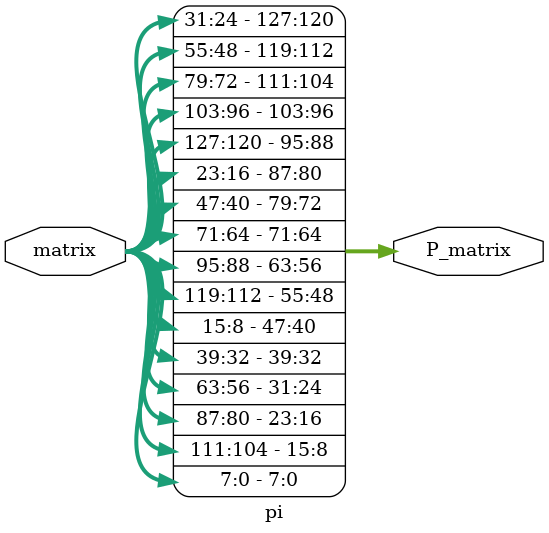
<source format=v>

module pi(
	input [127:0] matrix,
	output [127:0] P_matrix
);

assign P_matrix[127:120] = matrix[31:24];
assign P_matrix[119:112] = matrix[55:48];
assign P_matrix[111:104] = matrix[79:72];
assign P_matrix[103:96]  = matrix[103:96];
assign P_matrix[95:88]   = matrix[127:120];
assign P_matrix[87:80]   = matrix[23:16];
assign P_matrix[79:72]   = matrix[47:40];
assign P_matrix[71:64]   = matrix[71:64];
assign P_matrix[63:56]   = matrix[95:88];
assign P_matrix[55:48]   = matrix[119:112];
assign P_matrix[47:40]   = matrix[15:8];
assign P_matrix[39:32]   = matrix[39:32];
assign P_matrix[31:24]   = matrix[63:56]; 
assign P_matrix[23:16]   = matrix[87:80];
assign P_matrix[15:8]    = matrix[111:104];
assign P_matrix[7:0]     = matrix[7:0];


endmodule //pi
</source>
